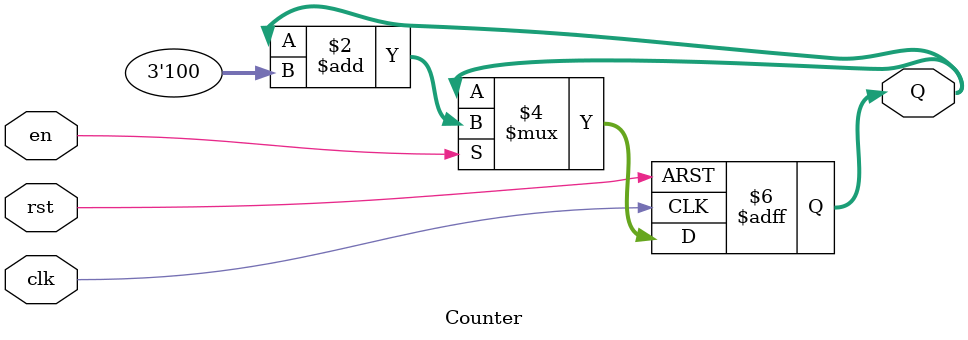
<source format=sv>
module Counter #(parameter N = 32)(input logic clk, rst, en, output logic [N - 1:0] Q);

always_ff @(negedge clk or posedge rst)
	if (rst)
		Q = 32'b00;
	else
		if (en)
			Q = Q + 3'd4;
			
endmodule

</source>
